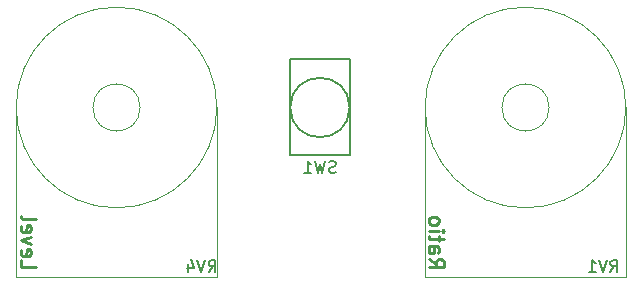
<source format=gbr>
G04 #@! TF.GenerationSoftware,KiCad,Pcbnew,(5.0.0-3-g5ebb6b6)*
G04 #@! TF.CreationDate,2018-09-09T10:20:45+01:00*
G04 #@! TF.ProjectId,EngineersThumb,456E67696E656572735468756D622E6B,rev?*
G04 #@! TF.SameCoordinates,Original*
G04 #@! TF.FileFunction,Legend,Bot*
G04 #@! TF.FilePolarity,Positive*
%FSLAX46Y46*%
G04 Gerber Fmt 4.6, Leading zero omitted, Abs format (unit mm)*
G04 Created by KiCad (PCBNEW (5.0.0-3-g5ebb6b6)) date Sunday, 09 September 2018 at 10:20:45*
%MOMM*%
%LPD*%
G01*
G04 APERTURE LIST*
%ADD10C,0.250000*%
%ADD11C,0.150000*%
%ADD12C,0.120000*%
G04 APERTURE END LIST*
D10*
X153358523Y-70486809D02*
X153953761Y-70903476D01*
X153358523Y-71201095D02*
X154608523Y-71201095D01*
X154608523Y-70724904D01*
X154549000Y-70605857D01*
X154489476Y-70546333D01*
X154370428Y-70486809D01*
X154191857Y-70486809D01*
X154072809Y-70546333D01*
X154013285Y-70605857D01*
X153953761Y-70724904D01*
X153953761Y-71201095D01*
X153358523Y-69415380D02*
X154013285Y-69415380D01*
X154132333Y-69474904D01*
X154191857Y-69593952D01*
X154191857Y-69832047D01*
X154132333Y-69951095D01*
X153418047Y-69415380D02*
X153358523Y-69534428D01*
X153358523Y-69832047D01*
X153418047Y-69951095D01*
X153537095Y-70010619D01*
X153656142Y-70010619D01*
X153775190Y-69951095D01*
X153834714Y-69832047D01*
X153834714Y-69534428D01*
X153894238Y-69415380D01*
X154191857Y-68998714D02*
X154191857Y-68522523D01*
X154608523Y-68820142D02*
X153537095Y-68820142D01*
X153418047Y-68760619D01*
X153358523Y-68641571D01*
X153358523Y-68522523D01*
X153358523Y-68105857D02*
X154191857Y-68105857D01*
X154608523Y-68105857D02*
X154549000Y-68165380D01*
X154489476Y-68105857D01*
X154549000Y-68046333D01*
X154608523Y-68105857D01*
X154489476Y-68105857D01*
X153358523Y-67332047D02*
X153418047Y-67451095D01*
X153477571Y-67510619D01*
X153596619Y-67570142D01*
X153953761Y-67570142D01*
X154072809Y-67510619D01*
X154132333Y-67451095D01*
X154191857Y-67332047D01*
X154191857Y-67153476D01*
X154132333Y-67034428D01*
X154072809Y-66974904D01*
X153953761Y-66915380D01*
X153596619Y-66915380D01*
X153477571Y-66974904D01*
X153418047Y-67034428D01*
X153358523Y-67153476D01*
X153358523Y-67332047D01*
X118814523Y-70576095D02*
X118814523Y-71171333D01*
X120064523Y-71171333D01*
X118874047Y-69683238D02*
X118814523Y-69802285D01*
X118814523Y-70040380D01*
X118874047Y-70159428D01*
X118993095Y-70218952D01*
X119469285Y-70218952D01*
X119588333Y-70159428D01*
X119647857Y-70040380D01*
X119647857Y-69802285D01*
X119588333Y-69683238D01*
X119469285Y-69623714D01*
X119350238Y-69623714D01*
X119231190Y-70218952D01*
X119647857Y-69207047D02*
X118814523Y-68909428D01*
X119647857Y-68611809D01*
X118874047Y-67659428D02*
X118814523Y-67778476D01*
X118814523Y-68016571D01*
X118874047Y-68135619D01*
X118993095Y-68195142D01*
X119469285Y-68195142D01*
X119588333Y-68135619D01*
X119647857Y-68016571D01*
X119647857Y-67778476D01*
X119588333Y-67659428D01*
X119469285Y-67599904D01*
X119350238Y-67599904D01*
X119231190Y-68195142D01*
X118814523Y-66885619D02*
X118874047Y-67004666D01*
X118993095Y-67064190D01*
X120064523Y-67064190D01*
D11*
G04 #@! TO.C,SW1*
X146659472Y-57660000D02*
G75*
G03X146659472Y-57660000I-2514472J0D01*
G01*
X146685000Y-53596000D02*
X141605000Y-53596000D01*
X141605000Y-53596000D02*
X141605000Y-61724000D01*
X141605000Y-61724000D02*
X146685000Y-61724000D01*
X146685000Y-61724000D02*
X146685000Y-53596000D01*
D12*
G04 #@! TO.C,RV1*
X170044000Y-57660000D02*
G75*
G03X170044000Y-57660000I-8500000J0D01*
G01*
X163544000Y-57660000D02*
G75*
G03X163544000Y-57660000I-2000000J0D01*
G01*
X170054000Y-71970000D02*
X170054000Y-57660000D01*
X170054000Y-71970000D02*
X153034000Y-71970000D01*
X153034000Y-71970000D02*
X153034000Y-57660000D01*
G04 #@! TO.C,RV4*
X135420000Y-57660000D02*
G75*
G03X135420000Y-57660000I-8500000J0D01*
G01*
X128920000Y-57660000D02*
G75*
G03X128920000Y-57660000I-2000000J0D01*
G01*
X135430000Y-71970000D02*
X135430000Y-57660000D01*
X135430000Y-71970000D02*
X118410000Y-71970000D01*
X118410000Y-71970000D02*
X118410000Y-57660000D01*
G04 #@! TO.C,SW1*
D11*
X145478333Y-63144761D02*
X145335476Y-63192380D01*
X145097380Y-63192380D01*
X145002142Y-63144761D01*
X144954523Y-63097142D01*
X144906904Y-63001904D01*
X144906904Y-62906666D01*
X144954523Y-62811428D01*
X145002142Y-62763809D01*
X145097380Y-62716190D01*
X145287857Y-62668571D01*
X145383095Y-62620952D01*
X145430714Y-62573333D01*
X145478333Y-62478095D01*
X145478333Y-62382857D01*
X145430714Y-62287619D01*
X145383095Y-62240000D01*
X145287857Y-62192380D01*
X145049761Y-62192380D01*
X144906904Y-62240000D01*
X144573571Y-62192380D02*
X144335476Y-63192380D01*
X144145000Y-62478095D01*
X143954523Y-63192380D01*
X143716428Y-62192380D01*
X142811666Y-63192380D02*
X143383095Y-63192380D01*
X143097380Y-63192380D02*
X143097380Y-62192380D01*
X143192619Y-62335238D01*
X143287857Y-62430476D01*
X143383095Y-62478095D01*
G04 #@! TO.C,RV1*
X168743238Y-71572380D02*
X169076571Y-71096190D01*
X169314666Y-71572380D02*
X169314666Y-70572380D01*
X168933714Y-70572380D01*
X168838476Y-70620000D01*
X168790857Y-70667619D01*
X168743238Y-70762857D01*
X168743238Y-70905714D01*
X168790857Y-71000952D01*
X168838476Y-71048571D01*
X168933714Y-71096190D01*
X169314666Y-71096190D01*
X168457523Y-70572380D02*
X168124190Y-71572380D01*
X167790857Y-70572380D01*
X166933714Y-71572380D02*
X167505142Y-71572380D01*
X167219428Y-71572380D02*
X167219428Y-70572380D01*
X167314666Y-70715238D01*
X167409904Y-70810476D01*
X167505142Y-70858095D01*
G04 #@! TO.C,RV4*
X134715238Y-71572380D02*
X135048571Y-71096190D01*
X135286666Y-71572380D02*
X135286666Y-70572380D01*
X134905714Y-70572380D01*
X134810476Y-70620000D01*
X134762857Y-70667619D01*
X134715238Y-70762857D01*
X134715238Y-70905714D01*
X134762857Y-71000952D01*
X134810476Y-71048571D01*
X134905714Y-71096190D01*
X135286666Y-71096190D01*
X134429523Y-70572380D02*
X134096190Y-71572380D01*
X133762857Y-70572380D01*
X133000952Y-70905714D02*
X133000952Y-71572380D01*
X133239047Y-70524761D02*
X133477142Y-71239047D01*
X132858095Y-71239047D01*
G04 #@! TD*
M02*

</source>
